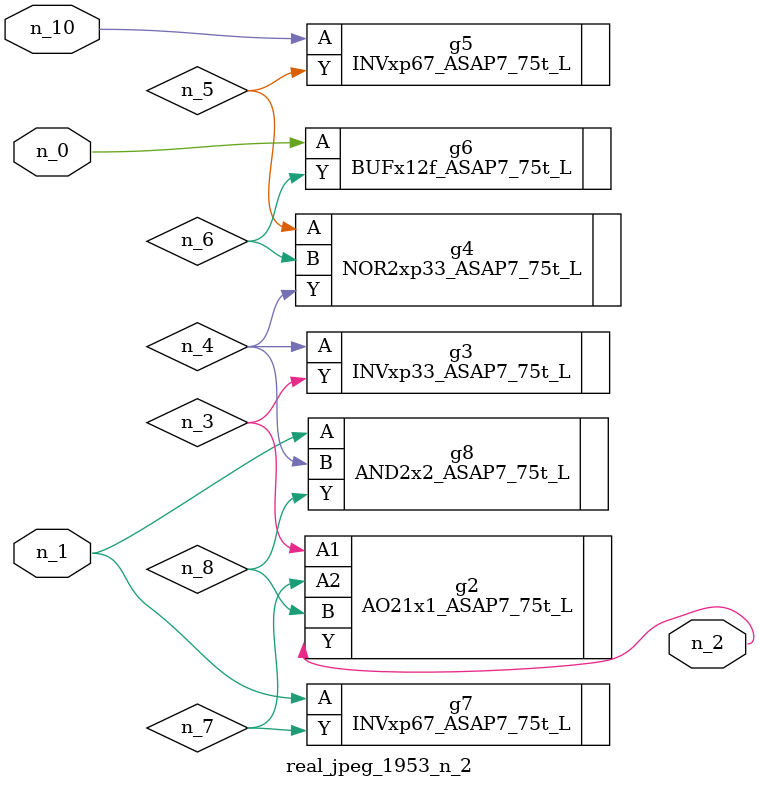
<source format=v>
module real_jpeg_1953_n_2 (n_1, n_10, n_0, n_2);

input n_1;
input n_10;
input n_0;

output n_2;

wire n_5;
wire n_4;
wire n_8;
wire n_6;
wire n_7;
wire n_3;

BUFx12f_ASAP7_75t_L g6 ( 
.A(n_0),
.Y(n_6)
);

INVxp67_ASAP7_75t_L g7 ( 
.A(n_1),
.Y(n_7)
);

AND2x2_ASAP7_75t_L g8 ( 
.A(n_1),
.B(n_4),
.Y(n_8)
);

AO21x1_ASAP7_75t_L g2 ( 
.A1(n_3),
.A2(n_7),
.B(n_8),
.Y(n_2)
);

INVxp33_ASAP7_75t_L g3 ( 
.A(n_4),
.Y(n_3)
);

NOR2xp33_ASAP7_75t_L g4 ( 
.A(n_5),
.B(n_6),
.Y(n_4)
);

INVxp67_ASAP7_75t_L g5 ( 
.A(n_10),
.Y(n_5)
);


endmodule
</source>
